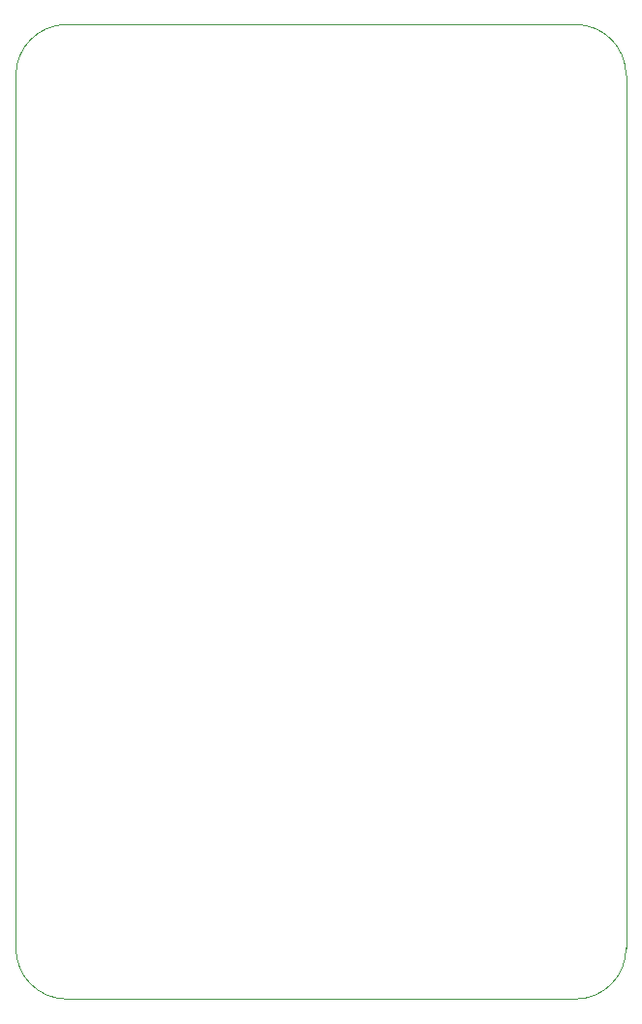
<source format=gbr>
%TF.GenerationSoftware,KiCad,Pcbnew,9.0.2+1*%
%TF.CreationDate,2025-07-26T23:59:44+01:00*%
%TF.ProjectId,ICE40HXDevBoardHDMI,49434534-3048-4584-9465-76426f617264,rev?*%
%TF.SameCoordinates,Original*%
%TF.FileFunction,Profile,NP*%
%FSLAX46Y46*%
G04 Gerber Fmt 4.6, Leading zero omitted, Abs format (unit mm)*
G04 Created by KiCad (PCBNEW 9.0.2+1) date 2025-07-26 23:59:44*
%MOMM*%
%LPD*%
G01*
G04 APERTURE LIST*
%TA.AperFunction,Profile*%
%ADD10C,0.100000*%
%TD*%
G04 APERTURE END LIST*
D10*
X82550000Y-150495000D02*
G75*
G02*
X78105000Y-146050000I0J4445000D01*
G01*
X78105000Y-69850000D02*
X78105000Y-146050000D01*
X131456224Y-146049885D02*
G75*
G02*
X127043134Y-150495039I-4413124J-31915D01*
G01*
X127043131Y-65404885D02*
G75*
G02*
X131456200Y-69850000I-31J-4413215D01*
G01*
X78105000Y-69850000D02*
G75*
G02*
X82550000Y-65405000I4445000J0D01*
G01*
X82550000Y-65405000D02*
X127043131Y-65404885D01*
X127043134Y-150495000D02*
X82550000Y-150495000D01*
X131456224Y-69849885D02*
X131456224Y-146049885D01*
M02*

</source>
